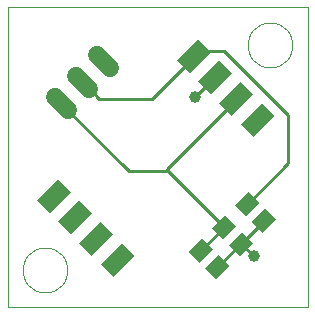
<source format=gtl>
G75*
%MOIN*%
%OFA0B0*%
%FSLAX24Y24*%
%IPPOS*%
%LPD*%
%AMOC8*
5,1,8,0,0,1.08239X$1,22.5*
%
%ADD10C,0.0000*%
%ADD11R,0.0600X0.1000*%
%ADD12C,0.0600*%
%ADD13R,0.0512X0.0630*%
%ADD14C,0.0100*%
%ADD15C,0.0396*%
D10*
X000783Y000350D02*
X000783Y010350D01*
X010783Y010350D01*
X010783Y000350D01*
X000783Y000350D01*
X001285Y001600D02*
X001287Y001655D01*
X001293Y001709D01*
X001303Y001763D01*
X001317Y001815D01*
X001334Y001867D01*
X001356Y001917D01*
X001381Y001966D01*
X001409Y002013D01*
X001441Y002057D01*
X001476Y002099D01*
X001514Y002138D01*
X001555Y002175D01*
X001598Y002208D01*
X001643Y002238D01*
X001691Y002265D01*
X001740Y002288D01*
X001791Y002308D01*
X001844Y002324D01*
X001897Y002336D01*
X001951Y002344D01*
X002006Y002348D01*
X002060Y002348D01*
X002115Y002344D01*
X002169Y002336D01*
X002222Y002324D01*
X002275Y002308D01*
X002326Y002288D01*
X002375Y002265D01*
X002423Y002238D01*
X002468Y002208D01*
X002511Y002175D01*
X002552Y002138D01*
X002590Y002099D01*
X002625Y002057D01*
X002657Y002013D01*
X002685Y001966D01*
X002710Y001917D01*
X002732Y001867D01*
X002749Y001815D01*
X002763Y001763D01*
X002773Y001709D01*
X002779Y001655D01*
X002781Y001600D01*
X002779Y001545D01*
X002773Y001491D01*
X002763Y001437D01*
X002749Y001385D01*
X002732Y001333D01*
X002710Y001283D01*
X002685Y001234D01*
X002657Y001187D01*
X002625Y001143D01*
X002590Y001101D01*
X002552Y001062D01*
X002511Y001025D01*
X002468Y000992D01*
X002423Y000962D01*
X002375Y000935D01*
X002326Y000912D01*
X002275Y000892D01*
X002222Y000876D01*
X002169Y000864D01*
X002115Y000856D01*
X002060Y000852D01*
X002006Y000852D01*
X001951Y000856D01*
X001897Y000864D01*
X001844Y000876D01*
X001791Y000892D01*
X001740Y000912D01*
X001691Y000935D01*
X001643Y000962D01*
X001598Y000992D01*
X001555Y001025D01*
X001514Y001062D01*
X001476Y001101D01*
X001441Y001143D01*
X001409Y001187D01*
X001381Y001234D01*
X001356Y001283D01*
X001334Y001333D01*
X001317Y001385D01*
X001303Y001437D01*
X001293Y001491D01*
X001287Y001545D01*
X001285Y001600D01*
X008785Y009100D02*
X008787Y009155D01*
X008793Y009209D01*
X008803Y009263D01*
X008817Y009315D01*
X008834Y009367D01*
X008856Y009417D01*
X008881Y009466D01*
X008909Y009513D01*
X008941Y009557D01*
X008976Y009599D01*
X009014Y009638D01*
X009055Y009675D01*
X009098Y009708D01*
X009143Y009738D01*
X009191Y009765D01*
X009240Y009788D01*
X009291Y009808D01*
X009344Y009824D01*
X009397Y009836D01*
X009451Y009844D01*
X009506Y009848D01*
X009560Y009848D01*
X009615Y009844D01*
X009669Y009836D01*
X009722Y009824D01*
X009775Y009808D01*
X009826Y009788D01*
X009875Y009765D01*
X009923Y009738D01*
X009968Y009708D01*
X010011Y009675D01*
X010052Y009638D01*
X010090Y009599D01*
X010125Y009557D01*
X010157Y009513D01*
X010185Y009466D01*
X010210Y009417D01*
X010232Y009367D01*
X010249Y009315D01*
X010263Y009263D01*
X010273Y009209D01*
X010279Y009155D01*
X010281Y009100D01*
X010279Y009045D01*
X010273Y008991D01*
X010263Y008937D01*
X010249Y008885D01*
X010232Y008833D01*
X010210Y008783D01*
X010185Y008734D01*
X010157Y008687D01*
X010125Y008643D01*
X010090Y008601D01*
X010052Y008562D01*
X010011Y008525D01*
X009968Y008492D01*
X009923Y008462D01*
X009875Y008435D01*
X009826Y008412D01*
X009775Y008392D01*
X009722Y008376D01*
X009669Y008364D01*
X009615Y008356D01*
X009560Y008352D01*
X009506Y008352D01*
X009451Y008356D01*
X009397Y008364D01*
X009344Y008376D01*
X009291Y008392D01*
X009240Y008412D01*
X009191Y008435D01*
X009143Y008462D01*
X009098Y008492D01*
X009055Y008525D01*
X009014Y008562D01*
X008976Y008601D01*
X008941Y008643D01*
X008909Y008687D01*
X008881Y008734D01*
X008856Y008783D01*
X008834Y008833D01*
X008817Y008885D01*
X008803Y008937D01*
X008793Y008991D01*
X008787Y009045D01*
X008785Y009100D01*
D11*
G36*
X007846Y008585D02*
X008270Y008161D01*
X007564Y007455D01*
X007140Y007879D01*
X007846Y008585D01*
G37*
G36*
X007139Y009292D02*
X007563Y008868D01*
X006857Y008162D01*
X006433Y008586D01*
X007139Y009292D01*
G37*
G36*
X008553Y007878D02*
X008977Y007454D01*
X008271Y006748D01*
X007847Y007172D01*
X008553Y007878D01*
G37*
G36*
X009260Y007171D02*
X009684Y006747D01*
X008978Y006041D01*
X008554Y006465D01*
X009260Y007171D01*
G37*
G36*
X003886Y003211D02*
X004310Y002787D01*
X003604Y002081D01*
X003180Y002505D01*
X003886Y003211D01*
G37*
G36*
X003179Y003918D02*
X003603Y003494D01*
X002897Y002788D01*
X002473Y003212D01*
X003179Y003918D01*
G37*
G36*
X002472Y004625D02*
X002896Y004201D01*
X002190Y003495D01*
X001766Y003919D01*
X002472Y004625D01*
G37*
G36*
X004593Y002504D02*
X005017Y002080D01*
X004311Y001374D01*
X003887Y001798D01*
X004593Y002504D01*
G37*
D12*
X002788Y006931D02*
X002364Y007355D01*
X003071Y008062D02*
X003495Y007638D01*
X004203Y008345D02*
X003778Y008769D01*
D13*
G36*
X008743Y003405D02*
X008381Y003767D01*
X008825Y004211D01*
X009187Y003849D01*
X008743Y003405D01*
G37*
G36*
X009300Y002848D02*
X008938Y003210D01*
X009382Y003654D01*
X009744Y003292D01*
X009300Y002848D01*
G37*
G36*
X008521Y002069D02*
X008159Y002431D01*
X008603Y002875D01*
X008965Y002513D01*
X008521Y002069D01*
G37*
G36*
X007741Y001289D02*
X007379Y001651D01*
X007823Y002095D01*
X008185Y001733D01*
X007741Y001289D01*
G37*
G36*
X007185Y001846D02*
X006823Y002208D01*
X007267Y002652D01*
X007629Y002290D01*
X007185Y001846D01*
G37*
G36*
X007964Y002625D02*
X007602Y002987D01*
X008046Y003431D01*
X008408Y003069D01*
X007964Y002625D01*
G37*
D14*
X008005Y003028D02*
X006133Y004900D01*
X004819Y004900D01*
X002576Y007143D01*
X003283Y007850D02*
X003833Y007300D01*
X005583Y007300D01*
X006998Y008714D01*
X006998Y008727D01*
X007310Y008727D01*
X007483Y008900D01*
X007983Y008900D01*
X010133Y006750D01*
X010133Y005157D01*
X008784Y003808D01*
X009341Y003251D02*
X009291Y003201D01*
X008562Y002472D01*
X008983Y002050D01*
X008983Y002050D01*
X008562Y002472D02*
X007782Y001692D01*
X007226Y002249D02*
X008005Y003028D01*
X006133Y004900D02*
X006083Y004950D01*
X006083Y004950D01*
X008412Y007278D01*
X008412Y007313D01*
X007705Y008020D02*
X007703Y008020D01*
X007033Y007350D01*
D15*
X007033Y007350D03*
X008983Y002050D03*
M02*

</source>
